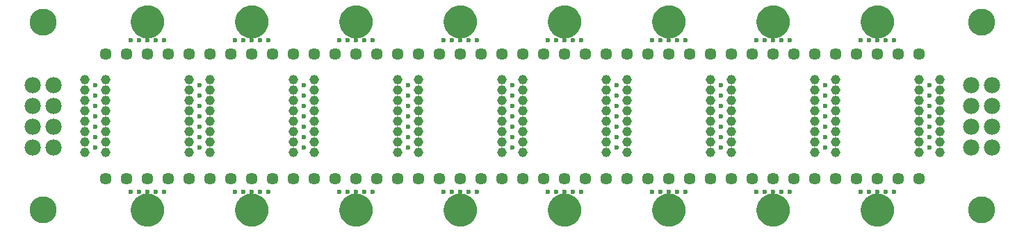
<source format=gbs>
G75*
G70*
%OFA0B0*%
%FSLAX24Y24*%
%IPPOS*%
%LPD*%
%AMOC8*
5,1,8,0,0,1.08239X$1,22.5*
%
%ADD10C,0.0236*%
%ADD11C,0.0453*%
%ADD12C,0.1299*%
%ADD13C,0.0779*%
%ADD14C,0.0571*%
%ADD15C,0.0866*%
%ADD16C,0.0394*%
D10*
X011524Y002192D03*
X011918Y002192D03*
X012312Y002192D03*
X012705Y002192D03*
X013099Y002192D03*
X016524Y002192D03*
X016918Y002192D03*
X017312Y002192D03*
X017705Y002192D03*
X018099Y002192D03*
X021524Y002192D03*
X021918Y002192D03*
X022312Y002192D03*
X022705Y002192D03*
X023099Y002192D03*
X026524Y002192D03*
X026918Y002192D03*
X027312Y002192D03*
X027705Y002192D03*
X028099Y002192D03*
X031524Y002192D03*
X031918Y002192D03*
X032312Y002192D03*
X032705Y002192D03*
X033099Y002192D03*
X036524Y002192D03*
X036918Y002192D03*
X037312Y002192D03*
X037705Y002192D03*
X038099Y002192D03*
X041524Y002192D03*
X041918Y002192D03*
X042312Y002192D03*
X042705Y002192D03*
X043099Y002192D03*
X046524Y002192D03*
X046918Y002192D03*
X047312Y002192D03*
X047705Y002192D03*
X048099Y002192D03*
X049812Y004334D03*
X049812Y004834D03*
X049812Y005334D03*
X049812Y005834D03*
X049812Y006334D03*
X049812Y006834D03*
X049812Y007334D03*
X044812Y007334D03*
X044812Y006834D03*
X044812Y006334D03*
X044812Y005834D03*
X044812Y005334D03*
X044812Y004834D03*
X044812Y004334D03*
X039812Y004334D03*
X039812Y004834D03*
X039812Y005334D03*
X039812Y005834D03*
X039812Y006334D03*
X039812Y006834D03*
X039812Y007334D03*
X034812Y007334D03*
X034812Y006834D03*
X034812Y006334D03*
X034812Y005834D03*
X034812Y005334D03*
X034812Y004834D03*
X034812Y004334D03*
X029812Y004334D03*
X029812Y004834D03*
X029812Y005334D03*
X029812Y005834D03*
X029812Y006334D03*
X029812Y006834D03*
X029812Y007334D03*
X024812Y007334D03*
X024812Y006834D03*
X024812Y006334D03*
X024812Y005834D03*
X024812Y005334D03*
X024812Y004834D03*
X024812Y004334D03*
X019812Y004334D03*
X019812Y004834D03*
X019812Y005334D03*
X019812Y005834D03*
X019812Y006334D03*
X019812Y006834D03*
X019812Y007334D03*
X014812Y007334D03*
X014812Y006834D03*
X014812Y006334D03*
X014812Y005834D03*
X014812Y005334D03*
X014812Y004834D03*
X014812Y004334D03*
X009800Y004334D03*
X009800Y004834D03*
X009800Y005334D03*
X009800Y005834D03*
X009800Y006334D03*
X009800Y006834D03*
X009800Y007334D03*
X011524Y009475D03*
X011918Y009475D03*
X012312Y009475D03*
X012705Y009475D03*
X013099Y009475D03*
X016524Y009475D03*
X016918Y009475D03*
X017312Y009475D03*
X017705Y009475D03*
X018099Y009475D03*
X021524Y009475D03*
X021918Y009475D03*
X022312Y009475D03*
X022705Y009475D03*
X023099Y009475D03*
X026524Y009475D03*
X026918Y009475D03*
X027312Y009475D03*
X027705Y009475D03*
X028099Y009475D03*
X031524Y009475D03*
X031918Y009475D03*
X032312Y009475D03*
X032705Y009475D03*
X033099Y009475D03*
X036524Y009475D03*
X036918Y009475D03*
X037312Y009475D03*
X037705Y009475D03*
X038099Y009475D03*
X041524Y009475D03*
X041918Y009475D03*
X042312Y009475D03*
X042705Y009475D03*
X043099Y009475D03*
X046524Y009475D03*
X046918Y009475D03*
X047312Y009475D03*
X047705Y009475D03*
X048099Y009475D03*
D11*
X049312Y007584D03*
X050300Y007584D03*
X050300Y007084D03*
X049312Y007084D03*
X049312Y006584D03*
X050300Y006584D03*
X050300Y006084D03*
X049312Y006084D03*
X049312Y005584D03*
X050300Y005584D03*
X050300Y005084D03*
X049312Y005084D03*
X049312Y004584D03*
X050300Y004584D03*
X050300Y004084D03*
X049312Y004084D03*
X045312Y004084D03*
X044312Y004084D03*
X044312Y004584D03*
X045312Y004584D03*
X045312Y005084D03*
X044312Y005084D03*
X044312Y005584D03*
X045312Y005584D03*
X045312Y006084D03*
X044312Y006084D03*
X044312Y006584D03*
X045312Y006584D03*
X045312Y007084D03*
X044312Y007084D03*
X044312Y007584D03*
X045312Y007584D03*
X040312Y007584D03*
X039312Y007584D03*
X039312Y007084D03*
X040312Y007084D03*
X040312Y006584D03*
X039312Y006584D03*
X039312Y006084D03*
X040312Y006084D03*
X040312Y005584D03*
X039312Y005584D03*
X039312Y005084D03*
X040312Y005084D03*
X040312Y004584D03*
X039312Y004584D03*
X039312Y004084D03*
X040312Y004084D03*
X035312Y004084D03*
X034312Y004084D03*
X034312Y004584D03*
X035312Y004584D03*
X035312Y005084D03*
X034312Y005084D03*
X034312Y005584D03*
X035312Y005584D03*
X035312Y006084D03*
X034312Y006084D03*
X034312Y006584D03*
X035312Y006584D03*
X035312Y007084D03*
X034312Y007084D03*
X034312Y007584D03*
X035312Y007584D03*
X030312Y007584D03*
X029312Y007584D03*
X029312Y007084D03*
X030312Y007084D03*
X030312Y006584D03*
X029312Y006584D03*
X029312Y006084D03*
X030312Y006084D03*
X030312Y005584D03*
X029312Y005584D03*
X029312Y005084D03*
X030312Y005084D03*
X030312Y004584D03*
X029312Y004584D03*
X029312Y004084D03*
X030312Y004084D03*
X025312Y004084D03*
X024312Y004084D03*
X024312Y004584D03*
X025312Y004584D03*
X025312Y005084D03*
X024312Y005084D03*
X024312Y005584D03*
X025312Y005584D03*
X025312Y006084D03*
X024312Y006084D03*
X024312Y006584D03*
X025312Y006584D03*
X025312Y007084D03*
X024312Y007084D03*
X024312Y007584D03*
X025312Y007584D03*
X020312Y007584D03*
X019312Y007584D03*
X019312Y007084D03*
X020312Y007084D03*
X020312Y006584D03*
X019312Y006584D03*
X019312Y006084D03*
X020312Y006084D03*
X020312Y005584D03*
X019312Y005584D03*
X019312Y005084D03*
X020312Y005084D03*
X020312Y004584D03*
X019312Y004584D03*
X019312Y004084D03*
X020312Y004084D03*
X015312Y004084D03*
X014312Y004084D03*
X014312Y004584D03*
X015312Y004584D03*
X015312Y005084D03*
X014312Y005084D03*
X014312Y005584D03*
X015312Y005584D03*
X015312Y006084D03*
X014312Y006084D03*
X014312Y006584D03*
X015312Y006584D03*
X015312Y007084D03*
X014312Y007084D03*
X014312Y007584D03*
X015312Y007584D03*
X010312Y007584D03*
X009300Y007584D03*
X009300Y007084D03*
X010312Y007084D03*
X010312Y006584D03*
X009300Y006584D03*
X009300Y006084D03*
X010312Y006084D03*
X010312Y005584D03*
X009300Y005584D03*
X009300Y005084D03*
X010312Y005084D03*
X010312Y004584D03*
X009300Y004584D03*
X009300Y004084D03*
X010312Y004084D03*
D12*
X007300Y001306D03*
X007300Y010361D03*
X052304Y010361D03*
X052300Y001306D03*
D13*
X052800Y004334D03*
X051800Y004334D03*
X051800Y005334D03*
X052800Y005334D03*
X052800Y006334D03*
X051800Y006334D03*
X051800Y007334D03*
X052800Y007334D03*
X007800Y007334D03*
X006800Y007334D03*
X006800Y006334D03*
X007800Y006334D03*
X007800Y005334D03*
X006800Y005334D03*
X006800Y004334D03*
X007800Y004334D03*
D14*
X010312Y002834D03*
X011312Y002834D03*
X012312Y002834D03*
X013312Y002834D03*
X014312Y002834D03*
X015312Y002834D03*
X016312Y002834D03*
X017312Y002834D03*
X018312Y002834D03*
X019312Y002834D03*
X020312Y002834D03*
X021312Y002834D03*
X022312Y002834D03*
X023312Y002834D03*
X024312Y002834D03*
X025312Y002834D03*
X026312Y002834D03*
X027312Y002834D03*
X028312Y002834D03*
X029312Y002834D03*
X030312Y002834D03*
X031312Y002834D03*
X032312Y002834D03*
X033312Y002834D03*
X034312Y002834D03*
X035312Y002834D03*
X036312Y002834D03*
X037312Y002834D03*
X038312Y002834D03*
X039312Y002834D03*
X040312Y002834D03*
X041312Y002834D03*
X042312Y002834D03*
X043312Y002834D03*
X044312Y002834D03*
X045312Y002834D03*
X046312Y002834D03*
X047312Y002834D03*
X048312Y002834D03*
X049312Y002834D03*
X049312Y008834D03*
X048312Y008834D03*
X047312Y008834D03*
X046312Y008834D03*
X045312Y008834D03*
X044312Y008834D03*
X043312Y008834D03*
X042312Y008834D03*
X041312Y008834D03*
X040312Y008834D03*
X039312Y008834D03*
X038312Y008834D03*
X037312Y008834D03*
X036312Y008834D03*
X035312Y008834D03*
X034312Y008834D03*
X033312Y008834D03*
X032312Y008834D03*
X031312Y008834D03*
X030312Y008834D03*
X029312Y008834D03*
X028312Y008834D03*
X027312Y008834D03*
X026312Y008834D03*
X025312Y008834D03*
X024312Y008834D03*
X023312Y008834D03*
X022312Y008834D03*
X021312Y008834D03*
X020312Y008834D03*
X019312Y008834D03*
X018312Y008834D03*
X017312Y008834D03*
X016312Y008834D03*
X015312Y008834D03*
X014312Y008834D03*
X013312Y008834D03*
X012312Y008834D03*
X011312Y008834D03*
X010312Y008834D03*
D15*
X012312Y010361D03*
X017312Y010361D03*
X022312Y010361D03*
X027312Y010361D03*
X032312Y010361D03*
X037312Y010361D03*
X042312Y010361D03*
X047312Y010361D03*
X047312Y001306D03*
X042312Y001306D03*
X037312Y001306D03*
X032312Y001306D03*
X027312Y001306D03*
X022312Y001306D03*
X017312Y001306D03*
X012312Y001306D03*
D16*
X011721Y001306D02*
X011723Y001354D01*
X011729Y001402D01*
X011739Y001449D01*
X011752Y001495D01*
X011770Y001540D01*
X011790Y001584D01*
X011815Y001626D01*
X011843Y001665D01*
X011873Y001702D01*
X011907Y001736D01*
X011944Y001768D01*
X011982Y001797D01*
X012023Y001822D01*
X012066Y001844D01*
X012111Y001862D01*
X012157Y001876D01*
X012204Y001887D01*
X012252Y001894D01*
X012300Y001897D01*
X012348Y001896D01*
X012396Y001891D01*
X012444Y001882D01*
X012490Y001870D01*
X012535Y001853D01*
X012579Y001833D01*
X012621Y001810D01*
X012661Y001783D01*
X012699Y001753D01*
X012734Y001720D01*
X012766Y001684D01*
X012796Y001646D01*
X012822Y001605D01*
X012844Y001562D01*
X012864Y001518D01*
X012879Y001473D01*
X012891Y001426D01*
X012899Y001378D01*
X012903Y001330D01*
X012903Y001282D01*
X012899Y001234D01*
X012891Y001186D01*
X012879Y001139D01*
X012864Y001094D01*
X012844Y001050D01*
X012822Y001007D01*
X012796Y000966D01*
X012766Y000928D01*
X012734Y000892D01*
X012699Y000859D01*
X012661Y000829D01*
X012621Y000802D01*
X012579Y000779D01*
X012535Y000759D01*
X012490Y000742D01*
X012444Y000730D01*
X012396Y000721D01*
X012348Y000716D01*
X012300Y000715D01*
X012252Y000718D01*
X012204Y000725D01*
X012157Y000736D01*
X012111Y000750D01*
X012066Y000768D01*
X012023Y000790D01*
X011982Y000815D01*
X011944Y000844D01*
X011907Y000876D01*
X011873Y000910D01*
X011843Y000947D01*
X011815Y000986D01*
X011790Y001028D01*
X011770Y001072D01*
X011752Y001117D01*
X011739Y001163D01*
X011729Y001210D01*
X011723Y001258D01*
X011721Y001306D01*
X016721Y001306D02*
X016723Y001354D01*
X016729Y001402D01*
X016739Y001449D01*
X016752Y001495D01*
X016770Y001540D01*
X016790Y001584D01*
X016815Y001626D01*
X016843Y001665D01*
X016873Y001702D01*
X016907Y001736D01*
X016944Y001768D01*
X016982Y001797D01*
X017023Y001822D01*
X017066Y001844D01*
X017111Y001862D01*
X017157Y001876D01*
X017204Y001887D01*
X017252Y001894D01*
X017300Y001897D01*
X017348Y001896D01*
X017396Y001891D01*
X017444Y001882D01*
X017490Y001870D01*
X017535Y001853D01*
X017579Y001833D01*
X017621Y001810D01*
X017661Y001783D01*
X017699Y001753D01*
X017734Y001720D01*
X017766Y001684D01*
X017796Y001646D01*
X017822Y001605D01*
X017844Y001562D01*
X017864Y001518D01*
X017879Y001473D01*
X017891Y001426D01*
X017899Y001378D01*
X017903Y001330D01*
X017903Y001282D01*
X017899Y001234D01*
X017891Y001186D01*
X017879Y001139D01*
X017864Y001094D01*
X017844Y001050D01*
X017822Y001007D01*
X017796Y000966D01*
X017766Y000928D01*
X017734Y000892D01*
X017699Y000859D01*
X017661Y000829D01*
X017621Y000802D01*
X017579Y000779D01*
X017535Y000759D01*
X017490Y000742D01*
X017444Y000730D01*
X017396Y000721D01*
X017348Y000716D01*
X017300Y000715D01*
X017252Y000718D01*
X017204Y000725D01*
X017157Y000736D01*
X017111Y000750D01*
X017066Y000768D01*
X017023Y000790D01*
X016982Y000815D01*
X016944Y000844D01*
X016907Y000876D01*
X016873Y000910D01*
X016843Y000947D01*
X016815Y000986D01*
X016790Y001028D01*
X016770Y001072D01*
X016752Y001117D01*
X016739Y001163D01*
X016729Y001210D01*
X016723Y001258D01*
X016721Y001306D01*
X021721Y001306D02*
X021723Y001354D01*
X021729Y001402D01*
X021739Y001449D01*
X021752Y001495D01*
X021770Y001540D01*
X021790Y001584D01*
X021815Y001626D01*
X021843Y001665D01*
X021873Y001702D01*
X021907Y001736D01*
X021944Y001768D01*
X021982Y001797D01*
X022023Y001822D01*
X022066Y001844D01*
X022111Y001862D01*
X022157Y001876D01*
X022204Y001887D01*
X022252Y001894D01*
X022300Y001897D01*
X022348Y001896D01*
X022396Y001891D01*
X022444Y001882D01*
X022490Y001870D01*
X022535Y001853D01*
X022579Y001833D01*
X022621Y001810D01*
X022661Y001783D01*
X022699Y001753D01*
X022734Y001720D01*
X022766Y001684D01*
X022796Y001646D01*
X022822Y001605D01*
X022844Y001562D01*
X022864Y001518D01*
X022879Y001473D01*
X022891Y001426D01*
X022899Y001378D01*
X022903Y001330D01*
X022903Y001282D01*
X022899Y001234D01*
X022891Y001186D01*
X022879Y001139D01*
X022864Y001094D01*
X022844Y001050D01*
X022822Y001007D01*
X022796Y000966D01*
X022766Y000928D01*
X022734Y000892D01*
X022699Y000859D01*
X022661Y000829D01*
X022621Y000802D01*
X022579Y000779D01*
X022535Y000759D01*
X022490Y000742D01*
X022444Y000730D01*
X022396Y000721D01*
X022348Y000716D01*
X022300Y000715D01*
X022252Y000718D01*
X022204Y000725D01*
X022157Y000736D01*
X022111Y000750D01*
X022066Y000768D01*
X022023Y000790D01*
X021982Y000815D01*
X021944Y000844D01*
X021907Y000876D01*
X021873Y000910D01*
X021843Y000947D01*
X021815Y000986D01*
X021790Y001028D01*
X021770Y001072D01*
X021752Y001117D01*
X021739Y001163D01*
X021729Y001210D01*
X021723Y001258D01*
X021721Y001306D01*
X026721Y001306D02*
X026723Y001354D01*
X026729Y001402D01*
X026739Y001449D01*
X026752Y001495D01*
X026770Y001540D01*
X026790Y001584D01*
X026815Y001626D01*
X026843Y001665D01*
X026873Y001702D01*
X026907Y001736D01*
X026944Y001768D01*
X026982Y001797D01*
X027023Y001822D01*
X027066Y001844D01*
X027111Y001862D01*
X027157Y001876D01*
X027204Y001887D01*
X027252Y001894D01*
X027300Y001897D01*
X027348Y001896D01*
X027396Y001891D01*
X027444Y001882D01*
X027490Y001870D01*
X027535Y001853D01*
X027579Y001833D01*
X027621Y001810D01*
X027661Y001783D01*
X027699Y001753D01*
X027734Y001720D01*
X027766Y001684D01*
X027796Y001646D01*
X027822Y001605D01*
X027844Y001562D01*
X027864Y001518D01*
X027879Y001473D01*
X027891Y001426D01*
X027899Y001378D01*
X027903Y001330D01*
X027903Y001282D01*
X027899Y001234D01*
X027891Y001186D01*
X027879Y001139D01*
X027864Y001094D01*
X027844Y001050D01*
X027822Y001007D01*
X027796Y000966D01*
X027766Y000928D01*
X027734Y000892D01*
X027699Y000859D01*
X027661Y000829D01*
X027621Y000802D01*
X027579Y000779D01*
X027535Y000759D01*
X027490Y000742D01*
X027444Y000730D01*
X027396Y000721D01*
X027348Y000716D01*
X027300Y000715D01*
X027252Y000718D01*
X027204Y000725D01*
X027157Y000736D01*
X027111Y000750D01*
X027066Y000768D01*
X027023Y000790D01*
X026982Y000815D01*
X026944Y000844D01*
X026907Y000876D01*
X026873Y000910D01*
X026843Y000947D01*
X026815Y000986D01*
X026790Y001028D01*
X026770Y001072D01*
X026752Y001117D01*
X026739Y001163D01*
X026729Y001210D01*
X026723Y001258D01*
X026721Y001306D01*
X031721Y001306D02*
X031723Y001354D01*
X031729Y001402D01*
X031739Y001449D01*
X031752Y001495D01*
X031770Y001540D01*
X031790Y001584D01*
X031815Y001626D01*
X031843Y001665D01*
X031873Y001702D01*
X031907Y001736D01*
X031944Y001768D01*
X031982Y001797D01*
X032023Y001822D01*
X032066Y001844D01*
X032111Y001862D01*
X032157Y001876D01*
X032204Y001887D01*
X032252Y001894D01*
X032300Y001897D01*
X032348Y001896D01*
X032396Y001891D01*
X032444Y001882D01*
X032490Y001870D01*
X032535Y001853D01*
X032579Y001833D01*
X032621Y001810D01*
X032661Y001783D01*
X032699Y001753D01*
X032734Y001720D01*
X032766Y001684D01*
X032796Y001646D01*
X032822Y001605D01*
X032844Y001562D01*
X032864Y001518D01*
X032879Y001473D01*
X032891Y001426D01*
X032899Y001378D01*
X032903Y001330D01*
X032903Y001282D01*
X032899Y001234D01*
X032891Y001186D01*
X032879Y001139D01*
X032864Y001094D01*
X032844Y001050D01*
X032822Y001007D01*
X032796Y000966D01*
X032766Y000928D01*
X032734Y000892D01*
X032699Y000859D01*
X032661Y000829D01*
X032621Y000802D01*
X032579Y000779D01*
X032535Y000759D01*
X032490Y000742D01*
X032444Y000730D01*
X032396Y000721D01*
X032348Y000716D01*
X032300Y000715D01*
X032252Y000718D01*
X032204Y000725D01*
X032157Y000736D01*
X032111Y000750D01*
X032066Y000768D01*
X032023Y000790D01*
X031982Y000815D01*
X031944Y000844D01*
X031907Y000876D01*
X031873Y000910D01*
X031843Y000947D01*
X031815Y000986D01*
X031790Y001028D01*
X031770Y001072D01*
X031752Y001117D01*
X031739Y001163D01*
X031729Y001210D01*
X031723Y001258D01*
X031721Y001306D01*
X036721Y001306D02*
X036723Y001354D01*
X036729Y001402D01*
X036739Y001449D01*
X036752Y001495D01*
X036770Y001540D01*
X036790Y001584D01*
X036815Y001626D01*
X036843Y001665D01*
X036873Y001702D01*
X036907Y001736D01*
X036944Y001768D01*
X036982Y001797D01*
X037023Y001822D01*
X037066Y001844D01*
X037111Y001862D01*
X037157Y001876D01*
X037204Y001887D01*
X037252Y001894D01*
X037300Y001897D01*
X037348Y001896D01*
X037396Y001891D01*
X037444Y001882D01*
X037490Y001870D01*
X037535Y001853D01*
X037579Y001833D01*
X037621Y001810D01*
X037661Y001783D01*
X037699Y001753D01*
X037734Y001720D01*
X037766Y001684D01*
X037796Y001646D01*
X037822Y001605D01*
X037844Y001562D01*
X037864Y001518D01*
X037879Y001473D01*
X037891Y001426D01*
X037899Y001378D01*
X037903Y001330D01*
X037903Y001282D01*
X037899Y001234D01*
X037891Y001186D01*
X037879Y001139D01*
X037864Y001094D01*
X037844Y001050D01*
X037822Y001007D01*
X037796Y000966D01*
X037766Y000928D01*
X037734Y000892D01*
X037699Y000859D01*
X037661Y000829D01*
X037621Y000802D01*
X037579Y000779D01*
X037535Y000759D01*
X037490Y000742D01*
X037444Y000730D01*
X037396Y000721D01*
X037348Y000716D01*
X037300Y000715D01*
X037252Y000718D01*
X037204Y000725D01*
X037157Y000736D01*
X037111Y000750D01*
X037066Y000768D01*
X037023Y000790D01*
X036982Y000815D01*
X036944Y000844D01*
X036907Y000876D01*
X036873Y000910D01*
X036843Y000947D01*
X036815Y000986D01*
X036790Y001028D01*
X036770Y001072D01*
X036752Y001117D01*
X036739Y001163D01*
X036729Y001210D01*
X036723Y001258D01*
X036721Y001306D01*
X041721Y001306D02*
X041723Y001354D01*
X041729Y001402D01*
X041739Y001449D01*
X041752Y001495D01*
X041770Y001540D01*
X041790Y001584D01*
X041815Y001626D01*
X041843Y001665D01*
X041873Y001702D01*
X041907Y001736D01*
X041944Y001768D01*
X041982Y001797D01*
X042023Y001822D01*
X042066Y001844D01*
X042111Y001862D01*
X042157Y001876D01*
X042204Y001887D01*
X042252Y001894D01*
X042300Y001897D01*
X042348Y001896D01*
X042396Y001891D01*
X042444Y001882D01*
X042490Y001870D01*
X042535Y001853D01*
X042579Y001833D01*
X042621Y001810D01*
X042661Y001783D01*
X042699Y001753D01*
X042734Y001720D01*
X042766Y001684D01*
X042796Y001646D01*
X042822Y001605D01*
X042844Y001562D01*
X042864Y001518D01*
X042879Y001473D01*
X042891Y001426D01*
X042899Y001378D01*
X042903Y001330D01*
X042903Y001282D01*
X042899Y001234D01*
X042891Y001186D01*
X042879Y001139D01*
X042864Y001094D01*
X042844Y001050D01*
X042822Y001007D01*
X042796Y000966D01*
X042766Y000928D01*
X042734Y000892D01*
X042699Y000859D01*
X042661Y000829D01*
X042621Y000802D01*
X042579Y000779D01*
X042535Y000759D01*
X042490Y000742D01*
X042444Y000730D01*
X042396Y000721D01*
X042348Y000716D01*
X042300Y000715D01*
X042252Y000718D01*
X042204Y000725D01*
X042157Y000736D01*
X042111Y000750D01*
X042066Y000768D01*
X042023Y000790D01*
X041982Y000815D01*
X041944Y000844D01*
X041907Y000876D01*
X041873Y000910D01*
X041843Y000947D01*
X041815Y000986D01*
X041790Y001028D01*
X041770Y001072D01*
X041752Y001117D01*
X041739Y001163D01*
X041729Y001210D01*
X041723Y001258D01*
X041721Y001306D01*
X046721Y001306D02*
X046723Y001354D01*
X046729Y001402D01*
X046739Y001449D01*
X046752Y001495D01*
X046770Y001540D01*
X046790Y001584D01*
X046815Y001626D01*
X046843Y001665D01*
X046873Y001702D01*
X046907Y001736D01*
X046944Y001768D01*
X046982Y001797D01*
X047023Y001822D01*
X047066Y001844D01*
X047111Y001862D01*
X047157Y001876D01*
X047204Y001887D01*
X047252Y001894D01*
X047300Y001897D01*
X047348Y001896D01*
X047396Y001891D01*
X047444Y001882D01*
X047490Y001870D01*
X047535Y001853D01*
X047579Y001833D01*
X047621Y001810D01*
X047661Y001783D01*
X047699Y001753D01*
X047734Y001720D01*
X047766Y001684D01*
X047796Y001646D01*
X047822Y001605D01*
X047844Y001562D01*
X047864Y001518D01*
X047879Y001473D01*
X047891Y001426D01*
X047899Y001378D01*
X047903Y001330D01*
X047903Y001282D01*
X047899Y001234D01*
X047891Y001186D01*
X047879Y001139D01*
X047864Y001094D01*
X047844Y001050D01*
X047822Y001007D01*
X047796Y000966D01*
X047766Y000928D01*
X047734Y000892D01*
X047699Y000859D01*
X047661Y000829D01*
X047621Y000802D01*
X047579Y000779D01*
X047535Y000759D01*
X047490Y000742D01*
X047444Y000730D01*
X047396Y000721D01*
X047348Y000716D01*
X047300Y000715D01*
X047252Y000718D01*
X047204Y000725D01*
X047157Y000736D01*
X047111Y000750D01*
X047066Y000768D01*
X047023Y000790D01*
X046982Y000815D01*
X046944Y000844D01*
X046907Y000876D01*
X046873Y000910D01*
X046843Y000947D01*
X046815Y000986D01*
X046790Y001028D01*
X046770Y001072D01*
X046752Y001117D01*
X046739Y001163D01*
X046729Y001210D01*
X046723Y001258D01*
X046721Y001306D01*
X046721Y010361D02*
X046723Y010409D01*
X046729Y010457D01*
X046739Y010504D01*
X046752Y010550D01*
X046770Y010595D01*
X046790Y010639D01*
X046815Y010681D01*
X046843Y010720D01*
X046873Y010757D01*
X046907Y010791D01*
X046944Y010823D01*
X046982Y010852D01*
X047023Y010877D01*
X047066Y010899D01*
X047111Y010917D01*
X047157Y010931D01*
X047204Y010942D01*
X047252Y010949D01*
X047300Y010952D01*
X047348Y010951D01*
X047396Y010946D01*
X047444Y010937D01*
X047490Y010925D01*
X047535Y010908D01*
X047579Y010888D01*
X047621Y010865D01*
X047661Y010838D01*
X047699Y010808D01*
X047734Y010775D01*
X047766Y010739D01*
X047796Y010701D01*
X047822Y010660D01*
X047844Y010617D01*
X047864Y010573D01*
X047879Y010528D01*
X047891Y010481D01*
X047899Y010433D01*
X047903Y010385D01*
X047903Y010337D01*
X047899Y010289D01*
X047891Y010241D01*
X047879Y010194D01*
X047864Y010149D01*
X047844Y010105D01*
X047822Y010062D01*
X047796Y010021D01*
X047766Y009983D01*
X047734Y009947D01*
X047699Y009914D01*
X047661Y009884D01*
X047621Y009857D01*
X047579Y009834D01*
X047535Y009814D01*
X047490Y009797D01*
X047444Y009785D01*
X047396Y009776D01*
X047348Y009771D01*
X047300Y009770D01*
X047252Y009773D01*
X047204Y009780D01*
X047157Y009791D01*
X047111Y009805D01*
X047066Y009823D01*
X047023Y009845D01*
X046982Y009870D01*
X046944Y009899D01*
X046907Y009931D01*
X046873Y009965D01*
X046843Y010002D01*
X046815Y010041D01*
X046790Y010083D01*
X046770Y010127D01*
X046752Y010172D01*
X046739Y010218D01*
X046729Y010265D01*
X046723Y010313D01*
X046721Y010361D01*
X041721Y010361D02*
X041723Y010409D01*
X041729Y010457D01*
X041739Y010504D01*
X041752Y010550D01*
X041770Y010595D01*
X041790Y010639D01*
X041815Y010681D01*
X041843Y010720D01*
X041873Y010757D01*
X041907Y010791D01*
X041944Y010823D01*
X041982Y010852D01*
X042023Y010877D01*
X042066Y010899D01*
X042111Y010917D01*
X042157Y010931D01*
X042204Y010942D01*
X042252Y010949D01*
X042300Y010952D01*
X042348Y010951D01*
X042396Y010946D01*
X042444Y010937D01*
X042490Y010925D01*
X042535Y010908D01*
X042579Y010888D01*
X042621Y010865D01*
X042661Y010838D01*
X042699Y010808D01*
X042734Y010775D01*
X042766Y010739D01*
X042796Y010701D01*
X042822Y010660D01*
X042844Y010617D01*
X042864Y010573D01*
X042879Y010528D01*
X042891Y010481D01*
X042899Y010433D01*
X042903Y010385D01*
X042903Y010337D01*
X042899Y010289D01*
X042891Y010241D01*
X042879Y010194D01*
X042864Y010149D01*
X042844Y010105D01*
X042822Y010062D01*
X042796Y010021D01*
X042766Y009983D01*
X042734Y009947D01*
X042699Y009914D01*
X042661Y009884D01*
X042621Y009857D01*
X042579Y009834D01*
X042535Y009814D01*
X042490Y009797D01*
X042444Y009785D01*
X042396Y009776D01*
X042348Y009771D01*
X042300Y009770D01*
X042252Y009773D01*
X042204Y009780D01*
X042157Y009791D01*
X042111Y009805D01*
X042066Y009823D01*
X042023Y009845D01*
X041982Y009870D01*
X041944Y009899D01*
X041907Y009931D01*
X041873Y009965D01*
X041843Y010002D01*
X041815Y010041D01*
X041790Y010083D01*
X041770Y010127D01*
X041752Y010172D01*
X041739Y010218D01*
X041729Y010265D01*
X041723Y010313D01*
X041721Y010361D01*
X036721Y010361D02*
X036723Y010409D01*
X036729Y010457D01*
X036739Y010504D01*
X036752Y010550D01*
X036770Y010595D01*
X036790Y010639D01*
X036815Y010681D01*
X036843Y010720D01*
X036873Y010757D01*
X036907Y010791D01*
X036944Y010823D01*
X036982Y010852D01*
X037023Y010877D01*
X037066Y010899D01*
X037111Y010917D01*
X037157Y010931D01*
X037204Y010942D01*
X037252Y010949D01*
X037300Y010952D01*
X037348Y010951D01*
X037396Y010946D01*
X037444Y010937D01*
X037490Y010925D01*
X037535Y010908D01*
X037579Y010888D01*
X037621Y010865D01*
X037661Y010838D01*
X037699Y010808D01*
X037734Y010775D01*
X037766Y010739D01*
X037796Y010701D01*
X037822Y010660D01*
X037844Y010617D01*
X037864Y010573D01*
X037879Y010528D01*
X037891Y010481D01*
X037899Y010433D01*
X037903Y010385D01*
X037903Y010337D01*
X037899Y010289D01*
X037891Y010241D01*
X037879Y010194D01*
X037864Y010149D01*
X037844Y010105D01*
X037822Y010062D01*
X037796Y010021D01*
X037766Y009983D01*
X037734Y009947D01*
X037699Y009914D01*
X037661Y009884D01*
X037621Y009857D01*
X037579Y009834D01*
X037535Y009814D01*
X037490Y009797D01*
X037444Y009785D01*
X037396Y009776D01*
X037348Y009771D01*
X037300Y009770D01*
X037252Y009773D01*
X037204Y009780D01*
X037157Y009791D01*
X037111Y009805D01*
X037066Y009823D01*
X037023Y009845D01*
X036982Y009870D01*
X036944Y009899D01*
X036907Y009931D01*
X036873Y009965D01*
X036843Y010002D01*
X036815Y010041D01*
X036790Y010083D01*
X036770Y010127D01*
X036752Y010172D01*
X036739Y010218D01*
X036729Y010265D01*
X036723Y010313D01*
X036721Y010361D01*
X031721Y010361D02*
X031723Y010409D01*
X031729Y010457D01*
X031739Y010504D01*
X031752Y010550D01*
X031770Y010595D01*
X031790Y010639D01*
X031815Y010681D01*
X031843Y010720D01*
X031873Y010757D01*
X031907Y010791D01*
X031944Y010823D01*
X031982Y010852D01*
X032023Y010877D01*
X032066Y010899D01*
X032111Y010917D01*
X032157Y010931D01*
X032204Y010942D01*
X032252Y010949D01*
X032300Y010952D01*
X032348Y010951D01*
X032396Y010946D01*
X032444Y010937D01*
X032490Y010925D01*
X032535Y010908D01*
X032579Y010888D01*
X032621Y010865D01*
X032661Y010838D01*
X032699Y010808D01*
X032734Y010775D01*
X032766Y010739D01*
X032796Y010701D01*
X032822Y010660D01*
X032844Y010617D01*
X032864Y010573D01*
X032879Y010528D01*
X032891Y010481D01*
X032899Y010433D01*
X032903Y010385D01*
X032903Y010337D01*
X032899Y010289D01*
X032891Y010241D01*
X032879Y010194D01*
X032864Y010149D01*
X032844Y010105D01*
X032822Y010062D01*
X032796Y010021D01*
X032766Y009983D01*
X032734Y009947D01*
X032699Y009914D01*
X032661Y009884D01*
X032621Y009857D01*
X032579Y009834D01*
X032535Y009814D01*
X032490Y009797D01*
X032444Y009785D01*
X032396Y009776D01*
X032348Y009771D01*
X032300Y009770D01*
X032252Y009773D01*
X032204Y009780D01*
X032157Y009791D01*
X032111Y009805D01*
X032066Y009823D01*
X032023Y009845D01*
X031982Y009870D01*
X031944Y009899D01*
X031907Y009931D01*
X031873Y009965D01*
X031843Y010002D01*
X031815Y010041D01*
X031790Y010083D01*
X031770Y010127D01*
X031752Y010172D01*
X031739Y010218D01*
X031729Y010265D01*
X031723Y010313D01*
X031721Y010361D01*
X026721Y010361D02*
X026723Y010409D01*
X026729Y010457D01*
X026739Y010504D01*
X026752Y010550D01*
X026770Y010595D01*
X026790Y010639D01*
X026815Y010681D01*
X026843Y010720D01*
X026873Y010757D01*
X026907Y010791D01*
X026944Y010823D01*
X026982Y010852D01*
X027023Y010877D01*
X027066Y010899D01*
X027111Y010917D01*
X027157Y010931D01*
X027204Y010942D01*
X027252Y010949D01*
X027300Y010952D01*
X027348Y010951D01*
X027396Y010946D01*
X027444Y010937D01*
X027490Y010925D01*
X027535Y010908D01*
X027579Y010888D01*
X027621Y010865D01*
X027661Y010838D01*
X027699Y010808D01*
X027734Y010775D01*
X027766Y010739D01*
X027796Y010701D01*
X027822Y010660D01*
X027844Y010617D01*
X027864Y010573D01*
X027879Y010528D01*
X027891Y010481D01*
X027899Y010433D01*
X027903Y010385D01*
X027903Y010337D01*
X027899Y010289D01*
X027891Y010241D01*
X027879Y010194D01*
X027864Y010149D01*
X027844Y010105D01*
X027822Y010062D01*
X027796Y010021D01*
X027766Y009983D01*
X027734Y009947D01*
X027699Y009914D01*
X027661Y009884D01*
X027621Y009857D01*
X027579Y009834D01*
X027535Y009814D01*
X027490Y009797D01*
X027444Y009785D01*
X027396Y009776D01*
X027348Y009771D01*
X027300Y009770D01*
X027252Y009773D01*
X027204Y009780D01*
X027157Y009791D01*
X027111Y009805D01*
X027066Y009823D01*
X027023Y009845D01*
X026982Y009870D01*
X026944Y009899D01*
X026907Y009931D01*
X026873Y009965D01*
X026843Y010002D01*
X026815Y010041D01*
X026790Y010083D01*
X026770Y010127D01*
X026752Y010172D01*
X026739Y010218D01*
X026729Y010265D01*
X026723Y010313D01*
X026721Y010361D01*
X021721Y010361D02*
X021723Y010409D01*
X021729Y010457D01*
X021739Y010504D01*
X021752Y010550D01*
X021770Y010595D01*
X021790Y010639D01*
X021815Y010681D01*
X021843Y010720D01*
X021873Y010757D01*
X021907Y010791D01*
X021944Y010823D01*
X021982Y010852D01*
X022023Y010877D01*
X022066Y010899D01*
X022111Y010917D01*
X022157Y010931D01*
X022204Y010942D01*
X022252Y010949D01*
X022300Y010952D01*
X022348Y010951D01*
X022396Y010946D01*
X022444Y010937D01*
X022490Y010925D01*
X022535Y010908D01*
X022579Y010888D01*
X022621Y010865D01*
X022661Y010838D01*
X022699Y010808D01*
X022734Y010775D01*
X022766Y010739D01*
X022796Y010701D01*
X022822Y010660D01*
X022844Y010617D01*
X022864Y010573D01*
X022879Y010528D01*
X022891Y010481D01*
X022899Y010433D01*
X022903Y010385D01*
X022903Y010337D01*
X022899Y010289D01*
X022891Y010241D01*
X022879Y010194D01*
X022864Y010149D01*
X022844Y010105D01*
X022822Y010062D01*
X022796Y010021D01*
X022766Y009983D01*
X022734Y009947D01*
X022699Y009914D01*
X022661Y009884D01*
X022621Y009857D01*
X022579Y009834D01*
X022535Y009814D01*
X022490Y009797D01*
X022444Y009785D01*
X022396Y009776D01*
X022348Y009771D01*
X022300Y009770D01*
X022252Y009773D01*
X022204Y009780D01*
X022157Y009791D01*
X022111Y009805D01*
X022066Y009823D01*
X022023Y009845D01*
X021982Y009870D01*
X021944Y009899D01*
X021907Y009931D01*
X021873Y009965D01*
X021843Y010002D01*
X021815Y010041D01*
X021790Y010083D01*
X021770Y010127D01*
X021752Y010172D01*
X021739Y010218D01*
X021729Y010265D01*
X021723Y010313D01*
X021721Y010361D01*
X016721Y010361D02*
X016723Y010409D01*
X016729Y010457D01*
X016739Y010504D01*
X016752Y010550D01*
X016770Y010595D01*
X016790Y010639D01*
X016815Y010681D01*
X016843Y010720D01*
X016873Y010757D01*
X016907Y010791D01*
X016944Y010823D01*
X016982Y010852D01*
X017023Y010877D01*
X017066Y010899D01*
X017111Y010917D01*
X017157Y010931D01*
X017204Y010942D01*
X017252Y010949D01*
X017300Y010952D01*
X017348Y010951D01*
X017396Y010946D01*
X017444Y010937D01*
X017490Y010925D01*
X017535Y010908D01*
X017579Y010888D01*
X017621Y010865D01*
X017661Y010838D01*
X017699Y010808D01*
X017734Y010775D01*
X017766Y010739D01*
X017796Y010701D01*
X017822Y010660D01*
X017844Y010617D01*
X017864Y010573D01*
X017879Y010528D01*
X017891Y010481D01*
X017899Y010433D01*
X017903Y010385D01*
X017903Y010337D01*
X017899Y010289D01*
X017891Y010241D01*
X017879Y010194D01*
X017864Y010149D01*
X017844Y010105D01*
X017822Y010062D01*
X017796Y010021D01*
X017766Y009983D01*
X017734Y009947D01*
X017699Y009914D01*
X017661Y009884D01*
X017621Y009857D01*
X017579Y009834D01*
X017535Y009814D01*
X017490Y009797D01*
X017444Y009785D01*
X017396Y009776D01*
X017348Y009771D01*
X017300Y009770D01*
X017252Y009773D01*
X017204Y009780D01*
X017157Y009791D01*
X017111Y009805D01*
X017066Y009823D01*
X017023Y009845D01*
X016982Y009870D01*
X016944Y009899D01*
X016907Y009931D01*
X016873Y009965D01*
X016843Y010002D01*
X016815Y010041D01*
X016790Y010083D01*
X016770Y010127D01*
X016752Y010172D01*
X016739Y010218D01*
X016729Y010265D01*
X016723Y010313D01*
X016721Y010361D01*
X011721Y010361D02*
X011723Y010409D01*
X011729Y010457D01*
X011739Y010504D01*
X011752Y010550D01*
X011770Y010595D01*
X011790Y010639D01*
X011815Y010681D01*
X011843Y010720D01*
X011873Y010757D01*
X011907Y010791D01*
X011944Y010823D01*
X011982Y010852D01*
X012023Y010877D01*
X012066Y010899D01*
X012111Y010917D01*
X012157Y010931D01*
X012204Y010942D01*
X012252Y010949D01*
X012300Y010952D01*
X012348Y010951D01*
X012396Y010946D01*
X012444Y010937D01*
X012490Y010925D01*
X012535Y010908D01*
X012579Y010888D01*
X012621Y010865D01*
X012661Y010838D01*
X012699Y010808D01*
X012734Y010775D01*
X012766Y010739D01*
X012796Y010701D01*
X012822Y010660D01*
X012844Y010617D01*
X012864Y010573D01*
X012879Y010528D01*
X012891Y010481D01*
X012899Y010433D01*
X012903Y010385D01*
X012903Y010337D01*
X012899Y010289D01*
X012891Y010241D01*
X012879Y010194D01*
X012864Y010149D01*
X012844Y010105D01*
X012822Y010062D01*
X012796Y010021D01*
X012766Y009983D01*
X012734Y009947D01*
X012699Y009914D01*
X012661Y009884D01*
X012621Y009857D01*
X012579Y009834D01*
X012535Y009814D01*
X012490Y009797D01*
X012444Y009785D01*
X012396Y009776D01*
X012348Y009771D01*
X012300Y009770D01*
X012252Y009773D01*
X012204Y009780D01*
X012157Y009791D01*
X012111Y009805D01*
X012066Y009823D01*
X012023Y009845D01*
X011982Y009870D01*
X011944Y009899D01*
X011907Y009931D01*
X011873Y009965D01*
X011843Y010002D01*
X011815Y010041D01*
X011790Y010083D01*
X011770Y010127D01*
X011752Y010172D01*
X011739Y010218D01*
X011729Y010265D01*
X011723Y010313D01*
X011721Y010361D01*
M02*

</source>
